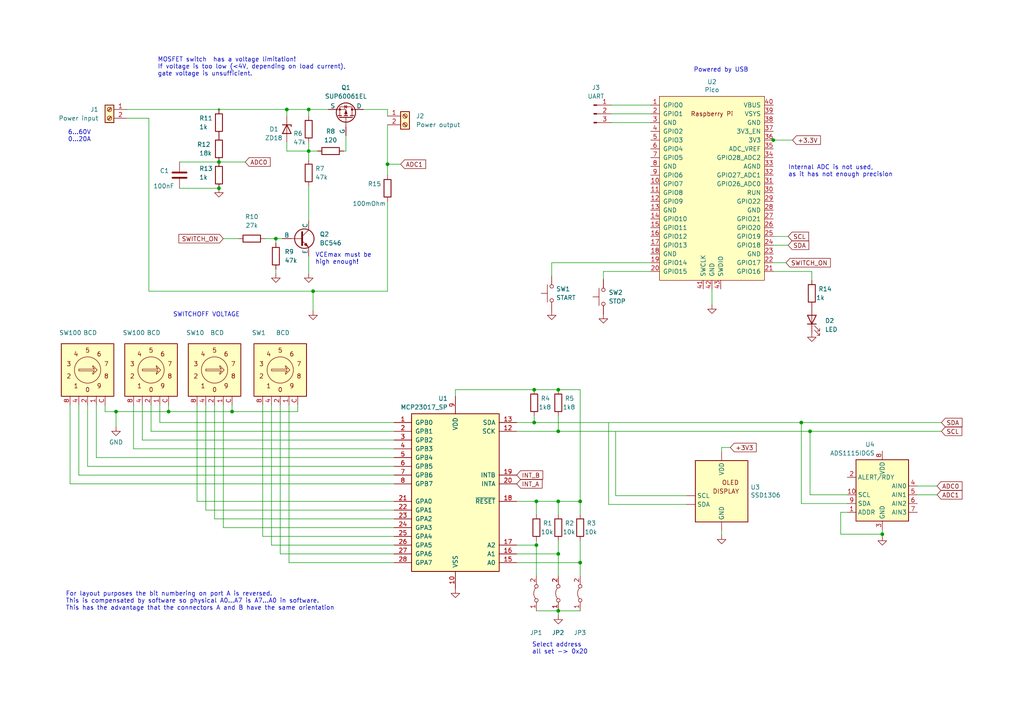
<source format=kicad_sch>
(kicad_sch (version 20230121) (generator eeschema)
  (paper "A4")
  (lib_symbols
    (symbol "Analog_ADC:ADS1115IDGS"
      (property "Reference" "U" (at 2.54 13.97 0))
      (property "Value" "ADS1115IDGS" (at 7.62 11.43 0))
      (symbol "ADS1115IDGS_0_1"
        (rectangle (start -7.62 10.16) (end 7.62 -7.62) (stroke (width 0.254)) (fill (type background)))
      )
      (symbol "ADS1115IDGS_1_1"
        (pin input line (at 10.16 -5.08 180) (length 2.54) (name "ADDR") (number "1"))
        (pin input line (at 10.16 0 180) (length 2.54) (name "SCL") (number "10"))
        (pin output line (at 10.16 5.08 180) (length 2.54) (name "ALERT/RDY") (number "2"))
        (pin power_in line (at 0 -10.16 90) (length 2.54) (name "GND") (number "3"))
        (pin input line (at -10.16 2.54 0) (length 2.54) (name "AIN0") (number "4"))
        (pin input line (at -10.16 0 0) (length 2.54) (name "AIN1") (number "5"))
        (pin input line (at -10.16 -2.54 0) (length 2.54) (name "AIN2") (number "6"))
        (pin input line (at -10.16 -5.08 0) (length 2.54) (name "AIN3") (number "7"))
        (pin power_in line (at 0 12.7 270) (length 2.54) (name "VDD") (number "8"))
        (pin bidirectional line (at 10.16 -2.54 180) (length 2.54) (name "SDA") (number "9"))
      )
    )
    (symbol "Connector:Conn_01x03_Pin" (pin_names (offset 1.016) hide)
      (property "Reference" "J" (at 0 5.08 0))
      (property "Value" "Conn_01x03_Pin" (at 0 -5.08 0))
      (symbol "Conn_01x03_Pin_1_1"
        (polyline (pts (xy 1.27 -2.54) (xy 0.8636 -2.54)) (stroke (width 0.1524)))
        (polyline (pts (xy 1.27 0) (xy 0.8636 0)) (stroke (width 0.1524)))
        (polyline (pts (xy 1.27 2.54) (xy 0.8636 2.54)) (stroke (width 0.1524)))
        (rectangle (start 0.8636 -2.413) (end 0 -2.667) (stroke (width 0.1524)) (fill (type outline)))
        (rectangle (start 0.8636 0.127) (end 0 -0.127) (stroke (width 0.1524)) (fill (type outline)))
        (rectangle (start 0.8636 2.667) (end 0 2.413) (stroke (width 0.1524)) (fill (type outline)))
        (pin passive line (at 5.08 2.54 180) (length 3.81) (name "Pin_1") (number "1"))
        (pin passive line (at 5.08 0 180) (length 3.81) (name "Pin_2") (number "2"))
        (pin passive line (at 5.08 -2.54 180) (length 3.81) (name "Pin_3") (number "3"))
      )
    )
    (symbol "Connector:Screw_Terminal_01x02" (pin_names (offset 1.016) hide)
      (property "Reference" "J" (at 0 2.54 0))
      (property "Value" "Screw_Terminal_01x02" (at 0 -5.08 0))
      (symbol "Screw_Terminal_01x02_1_1"
        (rectangle (start -1.27 1.27) (end 1.27 -3.81) (stroke (width 0.254)) (fill (type background)))
        (circle (center 0 -2.54) (radius 0.635) (stroke (width 0.1524)))
        (polyline (pts (xy -0.5334 -2.2098) (xy 0.3302 -3.048)) (stroke (width 0.1524)))
        (polyline (pts (xy -0.5334 0.3302) (xy 0.3302 -0.508)) (stroke (width 0.1524)))
        (polyline (pts (xy -0.3556 -2.032) (xy 0.508 -2.8702)) (stroke (width 0.1524)))
        (polyline (pts (xy -0.3556 0.508) (xy 0.508 -0.3302)) (stroke (width 0.1524)))
        (circle (center 0 0) (radius 0.635) (stroke (width 0.1524)))
        (pin passive line (at -5.08 0 0) (length 3.81) (name "Pin_1") (number "1"))
        (pin passive line (at -5.08 -2.54 0) (length 3.81) (name "Pin_2") (number "2"))
      )
    )
    (symbol "Device:C" (pin_numbers hide) (pin_names (offset 0.254))
      (property "Reference" "C" (at 0.635 2.54 0))
      (property "Value" "C" (at 0.635 -2.54 0))
      (symbol "C_0_1"
        (polyline (pts (xy -2.032 -0.762) (xy 2.032 -0.762)) (stroke (width 0.508)))
        (polyline (pts (xy -2.032 0.762) (xy 2.032 0.762)) (stroke (width 0.508)))
      )
      (symbol "C_1_1"
        (pin passive line (at 0 3.81 270) (length 2.794) (name "~") (number "1"))
        (pin passive line (at 0 -3.81 90) (length 2.794) (name "~") (number "2"))
      )
    )
    (symbol "Device:D_Zener" (pin_numbers hide) (pin_names (offset 1.016) hide)
      (property "Reference" "D" (at 0 2.54 0))
      (property "Value" "D_Zener" (at 0 -2.54 0))
      (symbol "D_Zener_0_1"
        (polyline (pts (xy 1.27 0) (xy -1.27 0)))
        (polyline (pts (xy -1.27 -1.27) (xy -1.27 1.27) (xy -0.762 1.27)) (stroke (width 0.254)))
        (polyline (pts (xy 1.27 -1.27) (xy 1.27 1.27) (xy -1.27 0) (xy 1.27 -1.27)) (stroke (width 0.254)))
      )
      (symbol "D_Zener_1_1"
        (pin passive line (at -3.81 0 0) (length 2.54) (name "K") (number "1"))
        (pin passive line (at 3.81 0 180) (length 2.54) (name "A") (number "2"))
      )
    )
    (symbol "Device:LED" (pin_numbers hide) (pin_names (offset 1.016) hide)
      (property "Reference" "D" (at 0 2.54 0))
      (property "Value" "LED" (at 0 -2.54 0))
      (symbol "LED_0_1"
        (polyline (pts (xy -1.27 -1.27) (xy -1.27 1.27)) (stroke (width 0.254)))
        (polyline (pts (xy -1.27 0) (xy 1.27 0)))
        (polyline (pts (xy 1.27 -1.27) (xy 1.27 1.27) (xy -1.27 0) (xy 1.27 -1.27)) (stroke (width 0.254)))
        (polyline (pts (xy -3.048 -0.762) (xy -4.572 -2.286) (xy -3.81 -2.286) (xy -4.572 -2.286) (xy -4.572 -1.524)))
        (polyline (pts (xy -1.778 -0.762) (xy -3.302 -2.286) (xy -2.54 -2.286) (xy -3.302 -2.286) (xy -3.302 -1.524)))
      )
      (symbol "LED_1_1"
        (pin passive line (at -3.81 0 0) (length 2.54) (name "K") (number "1"))
        (pin passive line (at 3.81 0 180) (length 2.54) (name "A") (number "2"))
      )
    )
    (symbol "Device:R" (pin_numbers hide) (pin_names (offset 0))
      (property "Reference" "R" (at 2.032 0 90))
      (property "Value" "R" (at 0 0 90))
      (symbol "R_0_1"
        (rectangle (start -1.016 -2.54) (end 1.016 2.54) (stroke (width 0.254)))
      )
      (symbol "R_1_1"
        (pin passive line (at 0 3.81 270) (length 1.27) (name "~") (number "1"))
        (pin passive line (at 0 -3.81 90) (length 1.27) (name "~") (number "2"))
      )
    )
    (symbol "Interface_Expansion:MCP23017_SP" (pin_names (offset 1.016))
      (property "Reference" "U" (at -11.43 24.13 0))
      (property "Value" "MCP23017_SP" (at 0 0 0))
      (symbol "MCP23017_SP_0_1"
        (rectangle (start -12.7 22.86) (end 12.7 -22.86) (stroke (width 0.254)) (fill (type background)))
      )
      (symbol "MCP23017_SP_1_1"
        (pin bidirectional line (at 17.78 20.32 180) (length 5.08) (name "GPB0") (number "1"))
        (pin power_in line (at 0 -27.94 90) (length 5.08) (name "VSS") (number "10"))
        (pin no_connect line (at -12.7 15.24 0) (length 5.08) hide (name "NC") (number "11"))
        (pin input line (at -17.78 17.78 0) (length 5.08) (name "SCK") (number "12"))
        (pin bidirectional line (at -17.78 20.32 0) (length 5.08) (name "SDA") (number "13"))
        (pin no_connect line (at -12.7 12.7 0) (length 5.08) hide (name "NC") (number "14"))
        (pin input line (at -17.78 -20.32 0) (length 5.08) (name "A0") (number "15"))
        (pin input line (at -17.78 -17.78 0) (length 5.08) (name "A1") (number "16"))
        (pin input line (at -17.78 -15.24 0) (length 5.08) (name "A2") (number "17"))
        (pin input line (at -17.78 -2.54 0) (length 5.08) (name "~{RESET}") (number "18"))
        (pin tri_state line (at -17.78 5.08 0) (length 5.08) (name "INTB") (number "19"))
        (pin bidirectional line (at 17.78 17.78 180) (length 5.08) (name "GPB1") (number "2"))
        (pin tri_state line (at -17.78 2.54 0) (length 5.08) (name "INTA") (number "20"))
        (pin bidirectional line (at 17.78 -2.54 180) (length 5.08) (name "GPA0") (number "21"))
        (pin bidirectional line (at 17.78 -5.08 180) (length 5.08) (name "GPA1") (number "22"))
        (pin bidirectional line (at 17.78 -7.62 180) (length 5.08) (name "GPA2") (number "23"))
        (pin bidirectional line (at 17.78 -10.16 180) (length 5.08) (name "GPA3") (number "24"))
        (pin bidirectional line (at 17.78 -12.7 180) (length 5.08) (name "GPA4") (number "25"))
        (pin bidirectional line (at 17.78 -15.24 180) (length 5.08) (name "GPA5") (number "26"))
        (pin bidirectional line (at 17.78 -17.78 180) (length 5.08) (name "GPA6") (number "27"))
        (pin bidirectional line (at 17.78 -20.32 180) (length 5.08) (name "GPA7") (number "28"))
        (pin bidirectional line (at 17.78 15.24 180) (length 5.08) (name "GPB2") (number "3"))
        (pin bidirectional line (at 17.78 12.7 180) (length 5.08) (name "GPB3") (number "4"))
        (pin bidirectional line (at 17.78 10.16 180) (length 5.08) (name "GPB4") (number "5"))
        (pin bidirectional line (at 17.78 7.62 180) (length 5.08) (name "GPB5") (number "6"))
        (pin bidirectional line (at 17.78 5.08 180) (length 5.08) (name "GPB6") (number "7"))
        (pin bidirectional line (at 17.78 2.54 180) (length 5.08) (name "GPB7") (number "8"))
        (pin power_in line (at 0 27.94 270) (length 5.08) (name "VDD") (number "9"))
      )
    )
    (symbol "Jumper:Jumper_2_Bridged" (pin_names (offset 0) hide)
      (property "Reference" "JP" (at 0 1.905 0))
      (property "Value" "Jumper_2_Bridged" (at 0 -2.54 0))
      (symbol "Jumper_2_Bridged_0_0"
        (circle (center -2.032 0) (radius 0.508))
        (circle (center 2.032 0) (radius 0.508))
      )
      (symbol "Jumper_2_Bridged_0_1"
        (arc (start 1.524 0.254) (mid 0 0.762) (end -1.524 0.254))
      )
      (symbol "Jumper_2_Bridged_1_1"
        (pin passive line (at -5.08 0 0) (length 2.54) (name "A") (number "1"))
        (pin passive line (at 5.08 0 180) (length 2.54) (name "B") (number "2"))
      )
    )
    (symbol "Simulation_SPICE:NPN" (pin_numbers hide) (pin_names (offset 0))
      (property "Reference" "Q" (at -2.54 7.62 0))
      (property "Value" "NPN" (at -2.54 5.08 0))
      (symbol "NPN_0_1"
        (polyline (pts (xy -2.54 0) (xy 0.635 0)) (stroke (width 0.1524)))
        (polyline (pts (xy 0.635 0.635) (xy 2.54 2.54)))
        (polyline (pts (xy 2.794 -1.27) (xy 2.794 -1.27)) (stroke (width 0.1524)))
        (polyline (pts (xy 2.794 -1.27) (xy 2.794 -1.27)) (stroke (width 0.1524)))
        (polyline (pts (xy 0.635 -0.635) (xy 2.54 -2.54) (xy 2.54 -2.54)))
        (polyline (pts (xy 0.635 1.905) (xy 0.635 -1.905) (xy 0.635 -1.905)) (stroke (width 0.508)))
        (polyline (pts (xy 1.27 -1.778) (xy 1.778 -1.27) (xy 2.286 -2.286) (xy 1.27 -1.778) (xy 1.27 -1.778)) (fill (type outline)))
        (circle (center 1.27 0) (radius 2.8194) (stroke (width 0.254)))
      )
      (symbol "NPN_1_1"
        (pin open_collector line (at 2.54 5.08 270) (length 2.54) (name "C") (number "1"))
        (pin input line (at -5.08 0 0) (length 2.54) (name "B") (number "2"))
        (pin open_emitter line (at 2.54 -5.08 90) (length 2.54) (name "E") (number "3"))
      )
    )
    (symbol "Simulation_SPICE:PMOS" (pin_numbers hide) (pin_names (offset 0))
      (property "Reference" "Q" (at 5.08 1.27 0))
      (property "Value" "PMOS" (at 5.08 -1.27 0))
      (symbol "PMOS_0_1"
        (polyline (pts (xy 0.254 0) (xy -2.54 0)))
        (polyline (pts (xy 0.254 1.905) (xy 0.254 -1.905)) (stroke (width 0.254)))
        (polyline (pts (xy 0.762 -1.27) (xy 0.762 -2.286)) (stroke (width 0.254)))
        (polyline (pts (xy 0.762 0.508) (xy 0.762 -0.508)) (stroke (width 0.254)))
        (polyline (pts (xy 0.762 2.286) (xy 0.762 1.27)) (stroke (width 0.254)))
        (polyline (pts (xy 2.54 2.54) (xy 2.54 1.778)))
        (polyline (pts (xy 2.54 -2.54) (xy 2.54 0) (xy 0.762 0)))
        (polyline (pts (xy 0.762 1.778) (xy 3.302 1.778) (xy 3.302 -1.778) (xy 0.762 -1.778)))
        (polyline (pts (xy 2.286 0) (xy 1.27 0.381) (xy 1.27 -0.381) (xy 2.286 0)) (fill (type outline)))
        (polyline (pts (xy 2.794 -0.508) (xy 2.921 -0.381) (xy 3.683 -0.381) (xy 3.81 -0.254)))
        (polyline (pts (xy 3.302 -0.381) (xy 2.921 0.254) (xy 3.683 0.254) (xy 3.302 -0.381)))
        (circle (center 1.651 0) (radius 2.794) (stroke (width 0.254)))
        (circle (center 2.54 -1.778) (radius 0.254) (fill (type outline)))
        (circle (center 2.54 1.778) (radius 0.254) (fill (type outline)))
      )
      (symbol "PMOS_1_1"
        (pin passive line (at 2.54 5.08 270) (length 2.54) (name "D") (number "1"))
        (pin input line (at -5.08 0 0) (length 2.54) (name "G") (number "2"))
        (pin passive line (at 2.54 -5.08 90) (length 2.54) (name "S") (number "3"))
      )
    )
    (symbol "Switch:SW_Coded_SH-7030" (pin_names hide)
      (property "Reference" "SW" (at -7.62 8.89 0))
      (property "Value" "SW_Coded_SH-7030" (at -7.62 -8.89 0))
      (symbol "SW_Coded_SH-7030_0_0"
        (text "0" (at 5.715 0 2700) (effects (font (size 1.27 1.27))))
        (text "1" (at 4.6228 -3.3528 2340) (effects (font (size 1.27 1.27))))
        (text "2" (at 1.778 -5.4356 1980) (effects (font (size 1.27 1.27))))
        (text "3" (at -1.778 -5.4356 1620) (effects (font (size 1.27 1.27))))
        (text "4" (at -4.6228 -3.3528 1260) (effects (font (size 1.27 1.27))))
        (text "5" (at -5.715 0 900) (effects (font (size 1.27 1.27))))
        (text "6" (at -4.6228 3.3528 540) (effects (font (size 1.27 1.27))))
        (text "7" (at -1.778 5.4356 180) (effects (font (size 1.27 1.27))))
        (text "8" (at 1.778 5.4356 3420) (effects (font (size 1.27 1.27))))
        (text "9" (at 4.6228 3.3528 3060) (effects (font (size 1.27 1.27))))
      )
      (symbol "SW_Coded_SH-7030_0_1"
        (polyline (pts (xy -0.254 -2.54) (xy -0.254 2.032) (xy -0.762 1.524) (xy -1.27 1.524) (xy 0 2.794) (xy 1.27 1.524) (xy 0.762 1.524) (xy 0.254 2.032) (xy 0.254 -2.54) (xy -0.254 -2.54) (xy -0.254 -2.54)))
        (circle (center 0 0) (radius 3.81))
        (rectangle (start 7.62 7.62) (end -7.62 -7.62) (stroke (width 0.254)) (fill (type background)))
      )
      (symbol "SW_Coded_SH-7030_1_1"
        (pin passive line (at 10.16 2.54 180) (length 2.54) (name "1") (number "1"))
        (pin passive line (at 10.16 0 180) (length 2.54) (name "2") (number "2"))
        (pin passive line (at 10.16 -2.54 180) (length 2.54) (name "4") (number "4"))
        (pin passive line (at 10.16 -5.08 180) (length 2.54) (name "8") (number "8"))
        (pin passive line (at 10.16 5.08 180) (length 2.54) (name "C") (number "C"))
      )
    )
    (symbol "Switch:SW_Push" (pin_numbers hide) (pin_names (offset 1.016) hide)
      (property "Reference" "SW" (at 1.27 2.54 0))
      (property "Value" "SW_Push" (at 0 -1.524 0))
      (symbol "SW_Push_0_1"
        (circle (center -2.032 0) (radius 0.508))
        (polyline (pts (xy 0 1.27) (xy 0 3.048)))
        (polyline (pts (xy 2.54 1.27) (xy -2.54 1.27)))
        (circle (center 2.032 0) (radius 0.508))
        (pin passive line (at -5.08 0 0) (length 2.54) (name "1") (number "1"))
        (pin passive line (at 5.08 0 180) (length 2.54) (name "2") (number "2"))
      )
    )
    (symbol "analogger-rescue:SH1106-oled" (pin_numbers hide)
      (property "Reference" "U" (at 2.54 13.97 0))
      (property "Value" "oled_SH1106" (at 7.62 11.43 0))
      (symbol "SH1106-oled_0_0"
        (text "DISPLAY" (at -1.27 1.27 0) (effects (font (size 1.27 1.27))))
        (text "OLED" (at -2.54 3.81 0) (effects (font (size 1.27 1.27))))
      )
      (symbol "SH1106-oled_0_1"
        (rectangle (start -7.62 10.16) (end 7.62 -7.62) (stroke (width 0.254)) (fill (type background)))
      )
      (symbol "SH1106-oled_1_1"
        (pin input line (at 10.16 0 180) (length 2.54) (name "SCL") (number "10"))
        (pin power_in line (at 0 -10.16 90) (length 2.54) (name "GND") (number "3"))
        (pin power_in line (at 0 12.7 270) (length 2.54) (name "VDD") (number "8"))
        (pin bidirectional line (at 10.16 -2.54 180) (length 2.54) (name "SDA") (number "9"))
      )
    )
    (symbol "power:GND" (power) (pin_names (offset 0))
      (property "Value" "GND" (at 0 -3.81 0))
      (symbol "GND_0_1"
        (polyline (pts (xy 0 0) (xy 0 -1.27) (xy 1.27 -1.27) (xy 0 -2.54) (xy -1.27 -1.27) (xy 0 -1.27)))
      )
      (symbol "GND_1_1"
        (pin power_in line (at 0 0 270) (length 0) hide (name "GND") (number "1"))
      )
    )
    (symbol "swiss_01a-rescue:Pico-Raspi_Pico" (pin_names (offset 1.016))
      (property "Reference" "U" (at -13.97 27.94 0))
      (property "Value" "Raspi_Pico_Pico" (at 0 19.05 0))
      (symbol "Pico-Raspi_Pico_0_0"
        (text "Raspberry Pi" (at 0 21.59 0) (effects (font (size 1.27 1.27))))
      )
      (symbol "Pico-Raspi_Pico_0_1"
        (rectangle (start -15.24 26.67) (end 15.24 -26.67) (fill (type background)))
      )
      (symbol "Pico-Raspi_Pico_1_1"
        (pin bidirectional line (at -17.78 24.13 0) (length 2.54) (name "GPIO0") (number "1"))
        (pin bidirectional line (at -17.78 1.27 0) (length 2.54) (name "GPIO7") (number "10"))
        (pin bidirectional line (at -17.78 -1.27 0) (length 2.54) (name "GPIO8") (number "11"))
        (pin bidirectional line (at -17.78 -3.81 0) (length 2.54) (name "GPIO9") (number "12"))
        (pin power_in line (at -17.78 -6.35 0) (length 2.54) (name "GND") (number "13"))
        (pin bidirectional line (at -17.78 -8.89 0) (length 2.54) (name "GPIO10") (number "14"))
        (pin bidirectional line (at -17.78 -11.43 0) (length 2.54) (name "GPIO11") (number "15"))
        (pin bidirectional line (at -17.78 -13.97 0) (length 2.54) (name "GPIO12") (number "16"))
        (pin bidirectional line (at -17.78 -16.51 0) (length 2.54) (name "GPIO13") (number "17"))
        (pin power_in line (at -17.78 -19.05 0) (length 2.54) (name "GND") (number "18"))
        (pin bidirectional line (at -17.78 -21.59 0) (length 2.54) (name "GPIO14") (number "19"))
        (pin bidirectional line (at -17.78 21.59 0) (length 2.54) (name "GPIO1") (number "2"))
        (pin bidirectional line (at -17.78 -24.13 0) (length 2.54) (name "GPIO15") (number "20"))
        (pin bidirectional line (at 17.78 -24.13 180) (length 2.54) (name "GPIO16") (number "21"))
        (pin bidirectional line (at 17.78 -21.59 180) (length 2.54) (name "GPIO17") (number "22"))
        (pin power_in line (at 17.78 -19.05 180) (length 2.54) (name "GND") (number "23"))
        (pin bidirectional line (at 17.78 -16.51 180) (length 2.54) (name "GPIO18") (number "24"))
        (pin bidirectional line (at 17.78 -13.97 180) (length 2.54) (name "GPIO19") (number "25"))
        (pin bidirectional line (at 17.78 -11.43 180) (length 2.54) (name "GPIO20") (number "26"))
        (pin bidirectional line (at 17.78 -8.89 180) (length 2.54) (name "GPIO21") (number "27"))
        (pin power_in line (at 17.78 -6.35 180) (length 2.54) (name "GND") (number "28"))
        (pin bidirectional line (at 17.78 -3.81 180) (length 2.54) (name "GPIO22") (number "29"))
        (pin power_in line (at -17.78 19.05 0) (length 2.54) (name "GND") (number "3"))
        (pin input line (at 17.78 -1.27 180) (length 2.54) (name "RUN") (number "30"))
        (pin bidirectional line (at 17.78 1.27 180) (length 2.54) (name "GPIO26_ADC0") (number "31"))
        (pin bidirectional line (at 17.78 3.81 180) (length 2.54) (name "GPIO27_ADC1") (number "32"))
        (pin power_in line (at 17.78 6.35 180) (length 2.54) (name "AGND") (number "33"))
        (pin bidirectional line (at 17.78 8.89 180) (length 2.54) (name "GPIO28_ADC2") (number "34"))
        (pin unspecified line (at 17.78 11.43 180) (length 2.54) (name "ADC_VREF") (number "35"))
        (pin unspecified line (at 17.78 13.97 180) (length 2.54) (name "3V3") (number "36"))
        (pin input line (at 17.78 16.51 180) (length 2.54) (name "3V3_EN") (number "37"))
        (pin bidirectional line (at 17.78 19.05 180) (length 2.54) (name "GND") (number "38"))
        (pin unspecified line (at 17.78 21.59 180) (length 2.54) (name "VSYS") (number "39"))
        (pin bidirectional line (at -17.78 16.51 0) (length 2.54) (name "GPIO2") (number "4"))
        (pin unspecified line (at 17.78 24.13 180) (length 2.54) (name "VBUS") (number "40"))
        (pin input line (at -2.54 -29.21 90) (length 2.54) (name "SWCLK") (number "41"))
        (pin power_in line (at 0 -29.21 90) (length 2.54) (name "GND") (number "42"))
        (pin bidirectional line (at 2.54 -29.21 90) (length 2.54) (name "SWDIO") (number "43"))
        (pin bidirectional line (at -17.78 13.97 0) (length 2.54) (name "GPIO3") (number "5"))
        (pin bidirectional line (at -17.78 11.43 0) (length 2.54) (name "GPIO4") (number "6"))
        (pin bidirectional line (at -17.78 8.89 0) (length 2.54) (name "GPIO5") (number "7"))
        (pin power_in line (at -17.78 6.35 0) (length 2.54) (name "GND") (number "8"))
        (pin bidirectional line (at -17.78 3.81 0) (length 2.54) (name "GPIO6") (number "9"))
      )
    )
  )
  (junction (at 154.94 113.03))
  (junction (at 161.925 145.415))
  (junction (at 89.535 43.815))
  (junction (at 161.925 113.03))
  (junction (at 83.185 31.75))
  (junction (at 224.282 40.64))
  (junction (at 234.95 125.095))
  (junction (at 90.805 84.455))
  (junction (at 67.31 119.38))
  (junction (at 155.575 145.415))
  (junction (at 168.275 163.195))
  (junction (at 161.925 125.095))
  (junction (at 63.5 46.99))
  (junction (at 48.895 119.38))
  (junction (at 232.41 122.555))
  (junction (at 80.01 69.215))
  (junction (at 155.575 158.115))
  (junction (at 33.655 119.38))
  (junction (at 63.5 31.75) (diameter 0.5))
  (junction (at 255.905 154.94))
  (junction (at 89.535 31.75))
  (junction (at 63.5 54.61))
  (junction (at 112.395 47.625))
  (junction (at 168.275 145.415))
  (junction (at 161.925 160.655))
  (junction (at 154.94 122.555))
  (junction (at 161.925 177.165))
  (wire (pts (xy 168.275 163.195) (xy 168.275 156.845)))
  (wire (pts (xy 168.275 163.195) (xy 168.275 167.005)))
  (wire (pts (xy 209.296 153.924) (xy 209.296 155.194)))
  (wire (pts (xy 154.94 122.555) (xy 232.41 122.555)))
  (wire (pts (xy 83.185 41.275) (xy 83.185 43.815)))
  (wire (pts (xy 114.3 163.195) (xy 83.82 163.195)))
  (wire (pts (xy 177.292 33.02) (xy 188.722 33.02)))
  (wire (pts (xy 76.2 155.575) (xy 76.2 117.475)))
  (wire (pts (xy 64.77 69.215) (xy 69.215 69.215)))
  (wire (pts (xy 211.836 129.794) (xy 209.296 129.794)))
  (wire (pts (xy 20.32 140.335) (xy 20.32 117.475)))
  (wire (pts (xy 114.3 132.715) (xy 27.94 132.715)))
  (wire (pts (xy 83.185 31.75) (xy 83.185 33.655)))
  (wire (pts (xy 80.01 69.215) (xy 80.01 70.485)))
  (wire (pts (xy 266.065 140.97) (xy 271.78 140.97)))
  (wire (pts (xy 229.87 40.64) (xy 224.282 40.64)))
  (wire (pts (xy 89.535 53.975) (xy 89.535 64.135)))
  (wire (pts (xy 154.94 113.03) (xy 161.925 113.03)))
  (wire (pts (xy 62.23 150.495) (xy 62.23 117.475)))
  (wire (pts (xy 86.36 119.38) (xy 67.31 119.38)))
  (wire (pts (xy 255.905 153.67) (xy 255.905 154.94)))
  (wire (pts (xy 80.01 78.105) (xy 80.01 79.375)))
  (wire (pts (xy 209.296 129.794) (xy 209.296 131.064)))
  (wire (pts (xy 112.395 84.455) (xy 90.805 84.455)))
  (wire (pts (xy 234.95 125.095) (xy 273.05 125.095)))
  (wire (pts (xy 161.925 177.165) (xy 161.925 178.435)))
  (wire (pts (xy 112.395 31.75) (xy 105.41 31.75)))
  (wire (pts (xy 168.275 149.225) (xy 168.275 145.415)))
  (wire (pts (xy 161.925 145.415) (xy 161.925 149.225)))
  (wire (pts (xy 112.395 33.655) (xy 112.395 31.75)))
  (wire (pts (xy 100.33 43.815) (xy 100.33 39.37)))
  (wire (pts (xy 155.575 158.115) (xy 155.575 167.005)))
  (wire (pts (xy 232.41 122.555) (xy 273.05 122.555)))
  (wire (pts (xy 43.18 34.29) (xy 43.18 84.455)))
  (wire (pts (xy 114.3 127.635) (xy 41.275 127.635)))
  (wire (pts (xy 89.535 31.75) (xy 83.185 31.75)))
  (wire (pts (xy 112.395 36.195) (xy 112.395 47.625)))
  (wire (pts (xy 48.895 117.475) (xy 48.895 119.38)))
  (wire (pts (xy 177.292 30.48) (xy 188.722 30.48)))
  (wire (pts (xy 46.355 122.555) (xy 46.355 117.475)))
  (wire (pts (xy 255.905 154.94) (xy 255.905 155.575)))
  (wire (pts (xy 232.41 146.05) (xy 232.41 122.555)))
  (wire (pts (xy 112.395 58.42) (xy 112.395 84.455)))
  (wire (pts (xy 243.84 154.94) (xy 255.905 154.94)))
  (wire (pts (xy 188.722 76.2) (xy 160.02 76.2)))
  (wire (pts (xy 161.925 145.415) (xy 155.575 145.415)))
  (wire (pts (xy 161.925 177.165) (xy 168.275 177.165)))
  (wire (pts (xy 63.5 31.75) (xy 83.185 31.75)))
  (wire (pts (xy 57.15 145.415) (xy 57.15 117.475)))
  (wire (pts (xy 38.735 130.175) (xy 38.735 117.475)))
  (wire (pts (xy 95.25 31.75) (xy 89.535 31.75)))
  (wire (pts (xy 161.925 120.65) (xy 161.925 125.095)))
  (wire (pts (xy 33.655 119.38) (xy 33.655 123.825)))
  (wire (pts (xy 89.535 31.75) (xy 89.535 33.655)))
  (wire (pts (xy 245.745 143.51) (xy 234.95 143.51)))
  (wire (pts (xy 67.31 117.475) (xy 67.31 119.38)))
  (wire (pts (xy 64.77 153.035) (xy 64.77 117.475)))
  (wire (pts (xy 132.08 113.03) (xy 132.08 114.935)))
  (wire (pts (xy 43.815 125.095) (xy 43.815 117.475)))
  (wire (pts (xy 149.86 160.655) (xy 161.925 160.655)))
  (wire (pts (xy 59.69 147.955) (xy 59.69 117.475)))
  (wire (pts (xy 48.895 119.38) (xy 33.655 119.38)))
  (wire (pts (xy 168.275 145.415) (xy 161.925 145.415)))
  (wire (pts (xy 199.136 146.304) (xy 176.53 146.304)))
  (wire (pts (xy 33.655 119.38) (xy 30.48 119.38)))
  (wire (pts (xy 114.3 130.175) (xy 38.735 130.175)))
  (wire (pts (xy 114.3 137.795) (xy 22.86 137.795)))
  (wire (pts (xy 224.282 71.12) (xy 228.6 71.12)))
  (wire (pts (xy 112.395 47.625) (xy 112.395 50.8)))
  (wire (pts (xy 235.458 78.74) (xy 235.458 81.28)))
  (wire (pts (xy 178.562 125.222) (xy 178.562 143.764)))
  (wire (pts (xy 90.805 84.455) (xy 43.18 84.455)))
  (wire (pts (xy 245.745 148.59) (xy 243.84 148.59)))
  (wire (pts (xy 114.3 155.575) (xy 76.2 155.575)))
  (wire (pts (xy 206.502 83.82) (xy 206.502 88.392)))
  (wire (pts (xy 76.835 69.215) (xy 80.01 69.215)))
  (wire (pts (xy 154.94 120.65) (xy 154.94 122.555)))
  (wire (pts (xy 168.275 113.03) (xy 168.275 145.415)))
  (wire (pts (xy 63.5 46.99) (xy 71.12 46.99)))
  (wire (pts (xy 41.275 127.635) (xy 41.275 117.475)))
  (wire (pts (xy 224.282 68.58) (xy 228.6 68.58)))
  (wire (pts (xy 161.925 160.655) (xy 161.925 156.845)))
  (wire (pts (xy 149.86 158.115) (xy 155.575 158.115)))
  (wire (pts (xy 80.01 69.215) (xy 81.915 69.215)))
  (wire (pts (xy 199.136 143.764) (xy 178.562 143.764)))
  (wire (pts (xy 149.86 125.095) (xy 161.925 125.095)))
  (wire (pts (xy 266.065 143.51) (xy 271.78 143.51)))
  (wire (pts (xy 160.02 76.2) (xy 160.02 80.01)))
  (wire (pts (xy 36.83 31.75) (xy 63.5 31.75)))
  (wire (pts (xy 161.925 113.03) (xy 168.275 113.03)))
  (wire (pts (xy 224.282 78.74) (xy 235.458 78.74)))
  (wire (pts (xy 234.95 143.51) (xy 234.95 125.095)))
  (wire (pts (xy 112.395 47.625) (xy 116.205 47.625)))
  (wire (pts (xy 155.575 145.415) (xy 149.86 145.415)))
  (wire (pts (xy 114.3 145.415) (xy 57.15 145.415)))
  (wire (pts (xy 83.185 43.815) (xy 89.535 43.815)))
  (wire (pts (xy 52.07 54.61) (xy 63.5 54.61)))
  (wire (pts (xy 114.3 125.095) (xy 43.815 125.095)))
  (wire (pts (xy 67.31 119.38) (xy 48.895 119.38)))
  (wire (pts (xy 43.18 34.29) (xy 36.83 34.29)))
  (wire (pts (xy 89.535 43.815) (xy 92.075 43.815)))
  (wire (pts (xy 243.84 148.59) (xy 243.84 154.94)))
  (wire (pts (xy 90.805 84.455) (xy 90.805 90.17)))
  (wire (pts (xy 155.575 158.115) (xy 155.575 156.845)))
  (wire (pts (xy 114.3 147.955) (xy 59.69 147.955)))
  (wire (pts (xy 25.4 135.255) (xy 25.4 117.475)))
  (wire (pts (xy 78.74 158.115) (xy 78.74 117.475)))
  (wire (pts (xy 224.282 40.64) (xy 224.155 40.64)))
  (wire (pts (xy 27.94 132.715) (xy 27.94 117.475)))
  (wire (pts (xy 114.3 160.655) (xy 81.28 160.655)))
  (wire (pts (xy 114.3 122.555) (xy 46.355 122.555)))
  (wire (pts (xy 175.006 78.74) (xy 188.722 78.74)))
  (wire (pts (xy 161.925 160.655) (xy 161.925 167.005)))
  (wire (pts (xy 114.3 158.115) (xy 78.74 158.115)))
  (wire (pts (xy 155.575 145.415) (xy 155.575 149.225)))
  (wire (pts (xy 114.3 140.335) (xy 20.32 140.335)))
  (wire (pts (xy 177.292 35.56) (xy 188.722 35.56)))
  (wire (pts (xy 86.36 117.475) (xy 86.36 119.38)))
  (wire (pts (xy 175.006 81.026) (xy 175.006 78.74)))
  (wire (pts (xy 89.535 43.815) (xy 89.535 46.355)))
  (wire (pts (xy 176.53 122.682) (xy 176.53 146.304)))
  (wire (pts (xy 89.535 41.275) (xy 89.535 43.815)))
  (wire (pts (xy 149.86 163.195) (xy 168.275 163.195)))
  (wire (pts (xy 114.3 153.035) (xy 64.77 153.035)))
  (wire (pts (xy 224.155 76.2) (xy 227.965 76.2)))
  (wire (pts (xy 52.07 46.99) (xy 63.5 46.99)))
  (wire (pts (xy 161.925 125.095) (xy 234.95 125.095)))
  (wire (pts (xy 114.3 150.495) (xy 62.23 150.495)))
  (wire (pts (xy 81.28 160.655) (xy 81.28 117.475)))
  (wire (pts (xy 149.86 122.555) (xy 154.94 122.555)))
  (wire (pts (xy 114.3 135.255) (xy 25.4 135.255)))
  (wire (pts (xy 89.535 74.295) (xy 89.535 79.375)))
  (wire (pts (xy 83.82 163.195) (xy 83.82 117.475)))
  (wire (pts (xy 132.08 113.03) (xy 154.94 113.03)))
  (wire (pts (xy 99.695 43.815) (xy 100.33 43.815)))
  (wire (pts (xy 245.745 146.05) (xy 232.41 146.05)))
  (wire (pts (xy 30.48 119.38) (xy 30.48 117.475)))
  (wire (pts (xy 22.86 137.795) (xy 22.86 117.475)))
  (wire (pts (xy 155.575 177.165) (xy 161.925 177.165)))
  (text "Select address\nall set -> 0x20" (at 154.305 189.865 0) (effects (font (size 1.27 1.27)) (justify left bottom)))
  (text "VCEmax must be \nhigh enough!" (at 91.44 76.835 0) (effects (font (size 1.27 1.27)) (justify left bottom)))
  (text "6...60V\n0...20A" (at 19.685 41.275 0) (effects (font (size 1.27 1.27)) (justify left bottom)))
  (text "For layout purposes the bit numbering on port A is reversed.\nThis is compensated by software so physical A0...A7 is A7...A0 in software.\nThis has the advantage that the connectors A and B have the same orientation\n" (at 19.05 177.165 0) (effects (font (size 1.27 1.27)) (justify left bottom)))
  (text "SWITCHOFF VOLTAGE" (at 50.165 92.075 0) (effects (font (size 1.27 1.27)) (justify left bottom)))
  (text "MOSFET switch  has a voltage limitation!\nIf voltage is too low (<4V, depending on load current),\ngate voltage is unsufficient. " (at 45.72 22.225 0) (effects (font (size 1.27 1.27)) (justify left bottom)))
  (text "Internal ADC is not used, \nas it has not enough precision" (at 228.6 51.435 0) (effects (font (size 1.27 1.27)) (justify left bottom)))
  (text "Powered by USB" (at 201.168 21.082 0) (effects (font (size 1.27 1.27)) (justify left bottom)))
  (global_label "+3.3V" (shape input) (at 229.87 40.64 0) (property "Intersheetrefs" "${INTERSHEET_REFS}" (effects hide)))
  (global_label "SCL" (shape input) (at 228.6 68.58 0) (property "Intersheetrefs" "${INTERSHEET_REFS}" (effects hide)))
  (global_label "INT_A" (shape input) (at 149.86 140.335 0) (property "Intersheetrefs" "${INTERSHEET_REFS}" (effects hide)))
  (global_label "ADC1" (shape input) (at 271.78 143.51 0) (property "Intersheetrefs" "${INTERSHEET_REFS}" (effects hide)))
  (global_label "ADC1" (shape input) (at 116.205 47.625 0) (property "Intersheetrefs" "${INTERSHEET_REFS}" (effects hide)))
  (global_label "SWITCH_ON" (shape input) (at 227.965 76.2 0) (property "Intersheetrefs" "${INTERSHEET_REFS}" (effects hide)))
  (global_label "+3V3" (shape input) (at 211.836 129.794 0) (property "Intersheetrefs" "${INTERSHEET_REFS}" (effects hide)))
  (global_label "INT_B" (shape input) (at 149.86 137.795 0) (property "Intersheetrefs" "${INTERSHEET_REFS}" (effects hide)))
  (global_label "SWITCH_ON" (shape input) (at 64.77 69.215 180) (property "Intersheetrefs" "${INTERSHEET_REFS}" (effects hide)))
  (global_label "SCL" (shape input) (at 273.05 125.095 0) (property "Intersheetrefs" "${INTERSHEET_REFS}" (effects hide)))
  (global_label "ADC0" (shape input) (at 71.12 46.99 0) (property "Intersheetrefs" "${INTERSHEET_REFS}" (effects hide)))
  (global_label "ADC0" (shape input) (at 271.78 140.97 0) (property "Intersheetrefs" "${INTERSHEET_REFS}" (effects hide)))
  (global_label "SDA" (shape input) (at 228.6 71.12 0) (property "Intersheetrefs" "${INTERSHEET_REFS}" (effects hide)))
  (global_label "SDA" (shape input) (at 273.05 122.555 0) (property "Intersheetrefs" "${INTERSHEET_REFS}" (effects hide)))
  (symbol (lib_id "Switch:SW_Push") (at 160.02 85.09 90) (unit 1)
    (property "Reference" "SW1" (at 161.29 83.82 90) (effects (justify right)))
    (property "Value" "START" (at 161.29 86.36 90) (effects (justify right)))
  )
  (symbol (lib_id "Device:LED") (at 235.458 92.71 90) (unit 1)
    (property "Reference" "D2" (at 239.268 93.0275 90) (effects (justify right)))
    (property "Value" "LED" (at 239.268 95.5675 90) (effects (justify right)))
  )
  (symbol (lib_id "Device:R") (at 63.5 50.8 0) (unit 1)
    (property "Reference" "R13" (at 57.785 48.895 0) (effects (justify left)))
    (property "Value" "1k" (at 57.785 51.435 0) (effects (justify left)))
  )
  (symbol (lib_id "Device:D_Zener") (at 83.185 37.465 270) (unit 1)
    (property "Reference" "D1" (at 78.105 37.465 90) (effects (justify left)))
    (property "Value" "ZD18" (at 76.835 40.005 90) (effects (justify left)))
  )
  (symbol (lib_id "Device:R") (at 89.535 37.465 0) (unit 1)
    (property "Reference" "R6" (at 85.09 38.735 0) (effects (justify left)))
    (property "Value" "47k" (at 85.09 41.275 0) (effects (justify left)))
  )
  (symbol (lib_id "power:GND") (at 80.01 79.375 0) (unit 1)
    (property "Reference" "#PWR06" (effects hide))
    (property "Value" "GND" (effects hide))
  )
  (symbol (lib_id "power:GND") (at 160.02 90.17 0) (unit 1)
    (property "Reference" "#PWR011" (effects hide))
    (property "Value" "GND" (effects hide))
  )
  (symbol (lib_id "Device:R") (at 80.01 74.295 0) (unit 1)
    (property "Reference" "R9" (at 82.55 73.025 0) (effects (justify left)))
    (property "Value" "47k" (at 82.55 75.565 0) (effects (justify left)))
  )
  (symbol (lib_id "Switch:SW_Coded_SH-7030") (at 25.4 107.315 270) (unit 1)
    (property "Reference" "SW100" (at 17.145 96.52 90) (effects (justify left)))
    (property "Value" "BCD" (at 24.13 96.52 90) (effects (justify left)))
    (property "Datasheet" "https://www.nidec-copal-electronics.com/e/catalog/switch/sh-7000.pdf" (effects hide))
  )
  (symbol (lib_id "Simulation_SPICE:NPN") (at 86.995 69.215 0) (unit 1)
    (property "Reference" "Q2" (at 92.71 67.945 0) (effects (justify left)))
    (property "Value" "BC546" (at 92.71 70.485 0) (effects (justify left)))
    (property "Datasheet" "https://ngspice.sourceforge.io/docs/ngspice-html-manual/manual.xhtml#cha_BJTs" (effects hide))
    (property "Sim.Device" "NPN" (effects hide))
    (property "Sim.Type" "GUMMELPOON" (effects hide))
    (property "Sim.Pins" "1=C 2=B 3=E" (effects hide))
  )
  (symbol (lib_id "Device:R") (at 112.395 54.61 0) (unit 1)
    (property "Reference" "R15" (at 106.68 53.34 0) (effects (justify left)))
    (property "Value" "100mOhm" (at 102.235 59.055 0) (effects (justify left)))
  )
  (symbol (lib_id "Device:R") (at 63.5 43.18 0) (unit 1)
    (property "Reference" "R12" (at 57.15 41.91 0) (effects (justify left)))
    (property "Value" "18k" (at 57.785 44.45 0) (effects (justify left)))
  )
  (symbol (lib_id "Device:R") (at 161.925 153.035 0) (unit 1)
    (property "Reference" "R2" (at 163.83 151.765 0) (effects (justify left)))
    (property "Value" "10k" (at 163.195 154.305 0) (effects (justify left)))
  )
  (symbol (lib_id "power:GND") (at 206.502 88.392 0) (unit 1)
    (property "Reference" "#PWR04" (effects hide))
    (property "Value" "GND" (effects hide))
  )
  (symbol (lib_id "power:GND") (at 89.535 79.375 0) (unit 1)
    (property "Reference" "#PWR05" (effects hide))
    (property "Value" "GND" (effects hide))
  )
  (symbol (lib_id "power:GND") (at 235.458 96.52 0) (unit 1)
    (property "Reference" "#PWR012" (effects hide))
    (property "Value" "GND" (effects hide))
  )
  (symbol (lib_id "swiss_01a-rescue:Pico-Raspi_Pico") (at 206.502 54.61 0) (unit 1)
    (property "Reference" "U2" (at 206.502 23.749 0))
    (property "Value" "Pico" (at 206.502 26.0604 0))
    (property "Footprint" "RPi_Pico:RPi_Pico_SMD_TH" (effects hide))
  )
  (symbol (lib_id "Jumper:Jumper_2_Bridged") (at 168.275 172.085 90) (unit 1)
    (property "Reference" "JP3" (at 166.37 183.515 90) (effects (justify right)))
    (property "Value" " " (at 170.18 173.355 90) (effects (justify right)))
  )
  (symbol (lib_id "Device:R") (at 73.025 69.215 90) (unit 1)
    (property "Reference" "R10" (at 73.025 62.865 90))
    (property "Value" "27k" (at 73.025 65.405 90))
  )
  (symbol (lib_id "Connector:Conn_01x03_Pin") (at 172.212 33.02 0) (unit 1)
    (property "Reference" "J3" (at 172.847 25.4 0))
    (property "Value" "UART" (at 172.847 27.94 0))
  )
  (symbol (lib_id "Switch:SW_Push") (at 175.006 86.106 90) (unit 1)
    (property "Reference" "SW2" (at 176.53 84.836 90) (effects (justify right)))
    (property "Value" "STOP" (at 176.53 87.376 90) (effects (justify right)))
  )
  (symbol (lib_id "power:GND") (at 90.805 90.17 0) (unit 1)
    (property "Reference" "#PWR07" (effects hide))
    (property "Value" "GND" (effects hide))
  )
  (symbol (lib_id "power:GND") (at 161.925 178.435 0) (unit 1)
    (property "Reference" "#PWR03" (effects hide))
    (property "Value" "GND" (effects hide))
  )
  (symbol (lib_id "power:GND") (at 33.655 123.825 0) (unit 1)
    (property "Reference" "#PWR01" (effects hide))
    (property "Value" "GND" (at 33.655 128.27 0))
  )
  (symbol (lib_id "Analog_ADC:ADS1115IDGS") (at 255.905 143.51 0) (mirror y) (unit 1)
    (property "Reference" "U4" (at 253.7109 128.905 0) (effects (justify left)))
    (property "Value" "ADS1115IDGS" (at 253.7109 131.445 0) (effects (justify left)))
    (property "Footprint" "Package_SO:TSSOP-10_3x3mm_P0.5mm" (effects hide))
    (property "Datasheet" "http://www.ti.com/lit/ds/symlink/ads1113.pdf" (effects hide))
  )
  (symbol (lib_id "power:GND") (at 209.296 155.194 0) (mirror y) (unit 1)
    (property "Reference" "#PWR013" (effects hide))
    (property "Value" "GND" (effects hide))
  )
  (symbol (lib_id "Jumper:Jumper_2_Bridged") (at 161.925 172.085 90) (unit 1)
    (property "Reference" "JP2" (at 160.02 183.515 90) (effects (justify right)))
    (property "Value" " " (at 163.83 173.355 90) (effects (justify right)))
  )
  (symbol (lib_id "Device:R") (at 155.575 153.035 0) (unit 1)
    (property "Reference" "R1" (at 157.48 151.765 0) (effects (justify left)))
    (property "Value" "10k" (at 156.845 154.305 0) (effects (justify left)))
  )
  (symbol (lib_id "Switch:SW_Coded_SH-7030") (at 81.28 107.315 270) (unit 1)
    (property "Reference" "SW1" (at 73.025 96.52 90) (effects (justify left)))
    (property "Value" "BCD" (at 80.01 96.52 90) (effects (justify left)))
    (property "Datasheet" "https://www.nidec-copal-electronics.com/e/catalog/switch/sh-7000.pdf" (effects hide))
  )
  (symbol (lib_id "Switch:SW_Coded_SH-7030") (at 62.23 107.315 270) (unit 1)
    (property "Reference" "SW10" (at 53.975 96.52 90) (effects (justify left)))
    (property "Value" "BCD" (at 60.96 96.52 90) (effects (justify left)))
    (property "Datasheet" "https://www.nidec-copal-electronics.com/e/catalog/switch/sh-7000.pdf" (effects hide))
  )
  (symbol (lib_id "Device:R") (at 154.94 116.84 0) (unit 1)
    (property "Reference" "R4" (at 156.845 115.57 0) (effects (justify left)))
    (property "Value" "1k8" (at 156.21 118.11 0) (effects (justify left)))
  )
  (symbol (lib_id "Device:R") (at 168.275 153.035 0) (unit 1)
    (property "Reference" "R3" (at 170.18 151.765 0) (effects (justify left)))
    (property "Value" "10k" (at 169.545 154.305 0) (effects (justify left)))
  )
  (symbol (lib_id "Connector:Screw_Terminal_01x02") (at 117.475 33.655 0) (unit 1)
    (property "Reference" "J2" (at 120.65 33.655 0) (effects (justify left)))
    (property "Value" "Power output" (at 120.65 36.195 0) (effects (justify left)))
  )
  (symbol (lib_id "Device:R") (at 235.458 85.09 0) (unit 1)
    (property "Reference" "R14" (at 237.363 83.82 0) (effects (justify left)))
    (property "Value" "1k" (at 236.728 86.36 0) (effects (justify left)))
  )
  (symbol (lib_id "power:GND") (at 255.905 155.575 0) (mirror y) (unit 1)
    (property "Reference" "#PWR08" (effects hide))
    (property "Value" "GND" (effects hide))
  )
  (symbol (lib_id "analogger-rescue:SH1106-oled") (at 209.296 143.764 0) (mirror y) (unit 1)
    (property "Reference" "U3" (at 217.678 141.3256 0) (effects (justify right)))
    (property "Value" "SSD1306" (at 217.678 143.637 0) (effects (justify right)))
  )
  (symbol (lib_id "power:GND") (at 63.5 54.61 0) (unit 1)
    (property "Reference" "#PWR09" (effects hide))
    (property "Value" "GND" (effects hide))
  )
  (symbol (lib_id "Device:R") (at 95.885 43.815 90) (unit 1)
    (property "Reference" "R8" (at 95.885 38.1 90))
    (property "Value" "120" (at 95.885 40.64 90))
  )
  (symbol (lib_id "Device:R") (at 161.925 116.84 0) (unit 1)
    (property "Reference" "R5" (at 163.83 115.57 0) (effects (justify left)))
    (property "Value" "1k8" (at 163.195 118.11 0) (effects (justify left)))
  )
  (symbol (lib_id "Device:C") (at 52.07 50.8 0) (unit 1)
    (property "Reference" "C1" (at 46.355 49.53 0) (effects (justify left)))
    (property "Value" "100nF" (at 44.45 53.975 0) (effects (justify left)))
  )
  (symbol (lib_id "Switch:SW_Coded_SH-7030") (at 43.815 107.315 270) (unit 1)
    (property "Reference" "SW100" (at 35.56 96.52 90) (effects (justify left)))
    (property "Value" "BCD" (at 42.545 96.52 90) (effects (justify left)))
    (property "Datasheet" "https://www.nidec-copal-electronics.com/e/catalog/switch/sh-7000.pdf" (effects hide))
  )
  (symbol (lib_id "Device:R") (at 89.535 50.165 0) (unit 1)
    (property "Reference" "R7" (at 91.44 48.895 0) (effects (justify left)))
    (property "Value" "47k" (at 91.44 51.435 0) (effects (justify left)))
  )
  (symbol (lib_id "Connector:Screw_Terminal_01x02") (at 31.75 31.75 0) (mirror y) (unit 1)
    (property "Reference" "J1" (at 28.575 31.75 0) (effects (justify left)))
    (property "Value" "Power input" (at 28.575 34.29 0) (effects (justify left)))
  )
  (symbol (lib_id "power:GND") (at 175.006 91.186 0) (unit 1)
    (property "Reference" "#PWR010" (effects hide))
    (property "Value" "GND" (effects hide))
  )
  (symbol (lib_id "Device:R") (at 63.5 35.56 0) (unit 1)
    (property "Reference" "R11" (at 57.785 34.29 0) (effects (justify left)))
    (property "Value" "1k" (at 57.785 36.83 0) (effects (justify left)))
  )
  (symbol (lib_id "Interface_Expansion:MCP23017_SP") (at 132.08 142.875 0) (mirror y) (unit 1)
    (property "Reference" "U1" (at 129.8859 115.57 0) (effects (justify left)))
    (property "Value" "MCP23017_SP" (at 129.8859 118.11 0) (effects (justify left)))
    (property "Footprint" "Package_DIP:DIP-28_W7.62mm" (effects hide))
    (property "Datasheet" "http://ww1.microchip.com/downloads/en/DeviceDoc/20001952C.pdf" (effects hide))
  )
  (symbol (lib_id "Simulation_SPICE:PMOS") (at 100.33 34.29 270) (mirror x) (unit 1)
    (property "Reference" "Q1" (at 100.33 25.4 90))
    (property "Value" "SUP60061EL" (at 100.33 27.94 90))
    (property "Datasheet" "https://ngspice.sourceforge.io/docs/ngspice-html-manual/manual.xhtml#cha_MOSFETs" (effects hide))
    (property "Sim.Device" "PMOS" (effects hide))
    (property "Sim.Type" "VDMOS" (effects hide))
    (property "Sim.Pins" "1=D 2=G 3=S" (effects hide))
  )
  (symbol (lib_id "power:GND") (at 132.08 170.815 0) (unit 1)
    (property "Reference" "#PWR02" (effects hide))
    (property "Value" "GND" (effects hide))
  )
  (symbol (lib_id "Jumper:Jumper_2_Bridged") (at 155.575 172.085 90) (unit 1)
    (property "Reference" "JP1" (at 153.67 183.515 90) (effects (justify right)))
    (property "Value" " " (at 157.48 173.355 90) (effects (justify right)))
  )
)
</source>
